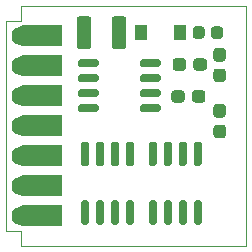
<source format=gbr>
%TF.GenerationSoftware,KiCad,Pcbnew,(5.1.9)-1*%
%TF.CreationDate,2021-06-01T10:14:56+02:00*%
%TF.ProjectId,14_Demi_Pont_H_99,31345f44-656d-4695-9f50-6f6e745f485f,rev?*%
%TF.SameCoordinates,Original*%
%TF.FileFunction,Soldermask,Top*%
%TF.FilePolarity,Negative*%
%FSLAX46Y46*%
G04 Gerber Fmt 4.6, Leading zero omitted, Abs format (unit mm)*
G04 Created by KiCad (PCBNEW (5.1.9)-1) date 2021-06-01 10:14:56*
%MOMM*%
%LPD*%
G01*
G04 APERTURE LIST*
%TA.AperFunction,Profile*%
%ADD10C,0.050000*%
%TD*%
%ADD11C,1.624000*%
%ADD12C,0.100000*%
G04 APERTURE END LIST*
D10*
X115570000Y-60960000D02*
X120650000Y-60960000D01*
X115570000Y-81280000D02*
X120650000Y-81280000D01*
X101600000Y-62230000D02*
X101600000Y-60960000D01*
X100330000Y-62230000D02*
X101600000Y-62230000D01*
X100330000Y-67310000D02*
X100330000Y-62230000D01*
X100330000Y-72390000D02*
X100330000Y-67310000D01*
X120650000Y-60960000D02*
X120650000Y-81280000D01*
X101600000Y-60960000D02*
X115570000Y-60960000D01*
X101600000Y-80010000D02*
X101600000Y-81280000D01*
X100330000Y-80010000D02*
X101600000Y-80010000D01*
X115570000Y-81280000D02*
X101600000Y-81280000D01*
X100330000Y-80010000D02*
X100330000Y-72390000D01*
D11*
%TO.C,J5*%
X101600000Y-73660000D03*
D12*
G36*
X101939650Y-74559999D02*
G01*
X101927782Y-74559916D01*
X101924993Y-74559818D01*
X101842112Y-74554604D01*
X101837256Y-74554060D01*
X101755280Y-74540782D01*
X101750503Y-74539766D01*
X101670214Y-74518553D01*
X101665558Y-74517076D01*
X101587721Y-74488129D01*
X101583231Y-74486205D01*
X101508591Y-74449801D01*
X101504309Y-74447447D01*
X101433578Y-74403932D01*
X101429548Y-74401173D01*
X101363401Y-74350965D01*
X101359659Y-74347825D01*
X101298726Y-74291401D01*
X101295308Y-74287910D01*
X101240173Y-74225809D01*
X101237112Y-74222003D01*
X101188299Y-74154819D01*
X101185624Y-74150731D01*
X101143601Y-74079104D01*
X101141338Y-74074774D01*
X101106505Y-73999388D01*
X101104675Y-73994859D01*
X101077364Y-73916433D01*
X101075985Y-73911747D01*
X101056458Y-73831031D01*
X101055543Y-73826233D01*
X101043985Y-73743997D01*
X101043542Y-73739131D01*
X101040065Y-73656159D01*
X101040099Y-73651275D01*
X101044734Y-73568360D01*
X101045245Y-73563501D01*
X101057950Y-73481434D01*
X101058932Y-73476650D01*
X101079584Y-73396214D01*
X101081028Y-73391547D01*
X101109431Y-73313511D01*
X101111324Y-73309008D01*
X101147207Y-73234115D01*
X101149531Y-73229818D01*
X101192550Y-73158785D01*
X101195282Y-73154735D01*
X101245028Y-73088239D01*
X101248141Y-73084475D01*
X101304138Y-73023150D01*
X101307604Y-73019708D01*
X101369318Y-72964140D01*
X101373104Y-72961052D01*
X101439946Y-72911772D01*
X101444015Y-72909069D01*
X101515347Y-72866547D01*
X101519660Y-72864254D01*
X101594801Y-72828895D01*
X101599317Y-72827033D01*
X101677550Y-72799175D01*
X101682227Y-72797763D01*
X101762805Y-72777673D01*
X101767597Y-72776724D01*
X101849751Y-72764593D01*
X101854612Y-72764117D01*
X101937557Y-72760060D01*
X101940000Y-72760000D01*
X104990000Y-72760000D01*
X104999755Y-72760961D01*
X105009134Y-72763806D01*
X105017779Y-72768427D01*
X105025355Y-72774645D01*
X105031573Y-72782221D01*
X105036194Y-72790866D01*
X105039039Y-72800245D01*
X105040000Y-72810000D01*
X105040000Y-74510000D01*
X105039039Y-74519755D01*
X105036194Y-74529134D01*
X105031573Y-74537779D01*
X105025355Y-74545355D01*
X105017779Y-74551573D01*
X105009134Y-74556194D01*
X104999755Y-74559039D01*
X104990000Y-74560000D01*
X101940000Y-74560000D01*
X101939650Y-74559999D01*
G37*
%TD*%
D11*
%TO.C,J4*%
X101600000Y-63500000D03*
D12*
G36*
X101939650Y-64399999D02*
G01*
X101927782Y-64399916D01*
X101924993Y-64399818D01*
X101842112Y-64394604D01*
X101837256Y-64394060D01*
X101755280Y-64380782D01*
X101750503Y-64379766D01*
X101670214Y-64358553D01*
X101665558Y-64357076D01*
X101587721Y-64328129D01*
X101583231Y-64326205D01*
X101508591Y-64289801D01*
X101504309Y-64287447D01*
X101433578Y-64243932D01*
X101429548Y-64241173D01*
X101363401Y-64190965D01*
X101359659Y-64187825D01*
X101298726Y-64131401D01*
X101295308Y-64127910D01*
X101240173Y-64065809D01*
X101237112Y-64062003D01*
X101188299Y-63994819D01*
X101185624Y-63990731D01*
X101143601Y-63919104D01*
X101141338Y-63914774D01*
X101106505Y-63839388D01*
X101104675Y-63834859D01*
X101077364Y-63756433D01*
X101075985Y-63751747D01*
X101056458Y-63671031D01*
X101055543Y-63666233D01*
X101043985Y-63583997D01*
X101043542Y-63579131D01*
X101040065Y-63496159D01*
X101040099Y-63491275D01*
X101044734Y-63408360D01*
X101045245Y-63403501D01*
X101057950Y-63321434D01*
X101058932Y-63316650D01*
X101079584Y-63236214D01*
X101081028Y-63231547D01*
X101109431Y-63153511D01*
X101111324Y-63149008D01*
X101147207Y-63074115D01*
X101149531Y-63069818D01*
X101192550Y-62998785D01*
X101195282Y-62994735D01*
X101245028Y-62928239D01*
X101248141Y-62924475D01*
X101304138Y-62863150D01*
X101307604Y-62859708D01*
X101369318Y-62804140D01*
X101373104Y-62801052D01*
X101439946Y-62751772D01*
X101444015Y-62749069D01*
X101515347Y-62706547D01*
X101519660Y-62704254D01*
X101594801Y-62668895D01*
X101599317Y-62667033D01*
X101677550Y-62639175D01*
X101682227Y-62637763D01*
X101762805Y-62617673D01*
X101767597Y-62616724D01*
X101849751Y-62604593D01*
X101854612Y-62604117D01*
X101937557Y-62600060D01*
X101940000Y-62600000D01*
X104990000Y-62600000D01*
X104999755Y-62600961D01*
X105009134Y-62603806D01*
X105017779Y-62608427D01*
X105025355Y-62614645D01*
X105031573Y-62622221D01*
X105036194Y-62630866D01*
X105039039Y-62640245D01*
X105040000Y-62650000D01*
X105040000Y-64350000D01*
X105039039Y-64359755D01*
X105036194Y-64369134D01*
X105031573Y-64377779D01*
X105025355Y-64385355D01*
X105017779Y-64391573D01*
X105009134Y-64396194D01*
X104999755Y-64399039D01*
X104990000Y-64400000D01*
X101940000Y-64400000D01*
X101939650Y-64399999D01*
G37*
%TD*%
D11*
%TO.C,J6*%
X101600000Y-76200000D03*
D12*
G36*
X101939650Y-77099999D02*
G01*
X101927782Y-77099916D01*
X101924993Y-77099818D01*
X101842112Y-77094604D01*
X101837256Y-77094060D01*
X101755280Y-77080782D01*
X101750503Y-77079766D01*
X101670214Y-77058553D01*
X101665558Y-77057076D01*
X101587721Y-77028129D01*
X101583231Y-77026205D01*
X101508591Y-76989801D01*
X101504309Y-76987447D01*
X101433578Y-76943932D01*
X101429548Y-76941173D01*
X101363401Y-76890965D01*
X101359659Y-76887825D01*
X101298726Y-76831401D01*
X101295308Y-76827910D01*
X101240173Y-76765809D01*
X101237112Y-76762003D01*
X101188299Y-76694819D01*
X101185624Y-76690731D01*
X101143601Y-76619104D01*
X101141338Y-76614774D01*
X101106505Y-76539388D01*
X101104675Y-76534859D01*
X101077364Y-76456433D01*
X101075985Y-76451747D01*
X101056458Y-76371031D01*
X101055543Y-76366233D01*
X101043985Y-76283997D01*
X101043542Y-76279131D01*
X101040065Y-76196159D01*
X101040099Y-76191275D01*
X101044734Y-76108360D01*
X101045245Y-76103501D01*
X101057950Y-76021434D01*
X101058932Y-76016650D01*
X101079584Y-75936214D01*
X101081028Y-75931547D01*
X101109431Y-75853511D01*
X101111324Y-75849008D01*
X101147207Y-75774115D01*
X101149531Y-75769818D01*
X101192550Y-75698785D01*
X101195282Y-75694735D01*
X101245028Y-75628239D01*
X101248141Y-75624475D01*
X101304138Y-75563150D01*
X101307604Y-75559708D01*
X101369318Y-75504140D01*
X101373104Y-75501052D01*
X101439946Y-75451772D01*
X101444015Y-75449069D01*
X101515347Y-75406547D01*
X101519660Y-75404254D01*
X101594801Y-75368895D01*
X101599317Y-75367033D01*
X101677550Y-75339175D01*
X101682227Y-75337763D01*
X101762805Y-75317673D01*
X101767597Y-75316724D01*
X101849751Y-75304593D01*
X101854612Y-75304117D01*
X101937557Y-75300060D01*
X101940000Y-75300000D01*
X104990000Y-75300000D01*
X104999755Y-75300961D01*
X105009134Y-75303806D01*
X105017779Y-75308427D01*
X105025355Y-75314645D01*
X105031573Y-75322221D01*
X105036194Y-75330866D01*
X105039039Y-75340245D01*
X105040000Y-75350000D01*
X105040000Y-77050000D01*
X105039039Y-77059755D01*
X105036194Y-77069134D01*
X105031573Y-77077779D01*
X105025355Y-77085355D01*
X105017779Y-77091573D01*
X105009134Y-77096194D01*
X104999755Y-77099039D01*
X104990000Y-77100000D01*
X101940000Y-77100000D01*
X101939650Y-77099999D01*
G37*
%TD*%
%TO.C,R4*%
G36*
G01*
X118127500Y-71040000D02*
X118652500Y-71040000D01*
G75*
G02*
X118915000Y-71302500I0J-262500D01*
G01*
X118915000Y-71927500D01*
G75*
G02*
X118652500Y-72190000I-262500J0D01*
G01*
X118127500Y-72190000D01*
G75*
G02*
X117865000Y-71927500I0J262500D01*
G01*
X117865000Y-71302500D01*
G75*
G02*
X118127500Y-71040000I262500J0D01*
G01*
G37*
G36*
G01*
X118127500Y-69290000D02*
X118652500Y-69290000D01*
G75*
G02*
X118915000Y-69552500I0J-262500D01*
G01*
X118915000Y-70177500D01*
G75*
G02*
X118652500Y-70440000I-262500J0D01*
G01*
X118127500Y-70440000D01*
G75*
G02*
X117865000Y-70177500I0J262500D01*
G01*
X117865000Y-69552500D01*
G75*
G02*
X118127500Y-69290000I262500J0D01*
G01*
G37*
%TD*%
%TO.C,R3*%
G36*
G01*
X116040000Y-68902500D02*
X116040000Y-68377500D01*
G75*
G02*
X116302500Y-68115000I262500J0D01*
G01*
X116927500Y-68115000D01*
G75*
G02*
X117190000Y-68377500I0J-262500D01*
G01*
X117190000Y-68902500D01*
G75*
G02*
X116927500Y-69165000I-262500J0D01*
G01*
X116302500Y-69165000D01*
G75*
G02*
X116040000Y-68902500I0J262500D01*
G01*
G37*
G36*
G01*
X114290000Y-68902500D02*
X114290000Y-68377500D01*
G75*
G02*
X114552500Y-68115000I262500J0D01*
G01*
X115177500Y-68115000D01*
G75*
G02*
X115440000Y-68377500I0J-262500D01*
G01*
X115440000Y-68902500D01*
G75*
G02*
X115177500Y-69165000I-262500J0D01*
G01*
X114552500Y-69165000D01*
G75*
G02*
X114290000Y-68902500I0J262500D01*
G01*
G37*
%TD*%
D11*
%TO.C,J3*%
X101600000Y-71120000D03*
D12*
G36*
X101939650Y-72019999D02*
G01*
X101927782Y-72019916D01*
X101924993Y-72019818D01*
X101842112Y-72014604D01*
X101837256Y-72014060D01*
X101755280Y-72000782D01*
X101750503Y-71999766D01*
X101670214Y-71978553D01*
X101665558Y-71977076D01*
X101587721Y-71948129D01*
X101583231Y-71946205D01*
X101508591Y-71909801D01*
X101504309Y-71907447D01*
X101433578Y-71863932D01*
X101429548Y-71861173D01*
X101363401Y-71810965D01*
X101359659Y-71807825D01*
X101298726Y-71751401D01*
X101295308Y-71747910D01*
X101240173Y-71685809D01*
X101237112Y-71682003D01*
X101188299Y-71614819D01*
X101185624Y-71610731D01*
X101143601Y-71539104D01*
X101141338Y-71534774D01*
X101106505Y-71459388D01*
X101104675Y-71454859D01*
X101077364Y-71376433D01*
X101075985Y-71371747D01*
X101056458Y-71291031D01*
X101055543Y-71286233D01*
X101043985Y-71203997D01*
X101043542Y-71199131D01*
X101040065Y-71116159D01*
X101040099Y-71111275D01*
X101044734Y-71028360D01*
X101045245Y-71023501D01*
X101057950Y-70941434D01*
X101058932Y-70936650D01*
X101079584Y-70856214D01*
X101081028Y-70851547D01*
X101109431Y-70773511D01*
X101111324Y-70769008D01*
X101147207Y-70694115D01*
X101149531Y-70689818D01*
X101192550Y-70618785D01*
X101195282Y-70614735D01*
X101245028Y-70548239D01*
X101248141Y-70544475D01*
X101304138Y-70483150D01*
X101307604Y-70479708D01*
X101369318Y-70424140D01*
X101373104Y-70421052D01*
X101439946Y-70371772D01*
X101444015Y-70369069D01*
X101515347Y-70326547D01*
X101519660Y-70324254D01*
X101594801Y-70288895D01*
X101599317Y-70287033D01*
X101677550Y-70259175D01*
X101682227Y-70257763D01*
X101762805Y-70237673D01*
X101767597Y-70236724D01*
X101849751Y-70224593D01*
X101854612Y-70224117D01*
X101937557Y-70220060D01*
X101940000Y-70220000D01*
X104990000Y-70220000D01*
X104999755Y-70220961D01*
X105009134Y-70223806D01*
X105017779Y-70228427D01*
X105025355Y-70234645D01*
X105031573Y-70242221D01*
X105036194Y-70250866D01*
X105039039Y-70260245D01*
X105040000Y-70270000D01*
X105040000Y-71970000D01*
X105039039Y-71979755D01*
X105036194Y-71989134D01*
X105031573Y-71997779D01*
X105025355Y-72005355D01*
X105017779Y-72011573D01*
X105009134Y-72016194D01*
X104999755Y-72019039D01*
X104990000Y-72020000D01*
X101940000Y-72020000D01*
X101939650Y-72019999D01*
G37*
%TD*%
D11*
%TO.C,J1*%
X101600000Y-66040000D03*
D12*
G36*
X101939650Y-66939999D02*
G01*
X101927782Y-66939916D01*
X101924993Y-66939818D01*
X101842112Y-66934604D01*
X101837256Y-66934060D01*
X101755280Y-66920782D01*
X101750503Y-66919766D01*
X101670214Y-66898553D01*
X101665558Y-66897076D01*
X101587721Y-66868129D01*
X101583231Y-66866205D01*
X101508591Y-66829801D01*
X101504309Y-66827447D01*
X101433578Y-66783932D01*
X101429548Y-66781173D01*
X101363401Y-66730965D01*
X101359659Y-66727825D01*
X101298726Y-66671401D01*
X101295308Y-66667910D01*
X101240173Y-66605809D01*
X101237112Y-66602003D01*
X101188299Y-66534819D01*
X101185624Y-66530731D01*
X101143601Y-66459104D01*
X101141338Y-66454774D01*
X101106505Y-66379388D01*
X101104675Y-66374859D01*
X101077364Y-66296433D01*
X101075985Y-66291747D01*
X101056458Y-66211031D01*
X101055543Y-66206233D01*
X101043985Y-66123997D01*
X101043542Y-66119131D01*
X101040065Y-66036159D01*
X101040099Y-66031275D01*
X101044734Y-65948360D01*
X101045245Y-65943501D01*
X101057950Y-65861434D01*
X101058932Y-65856650D01*
X101079584Y-65776214D01*
X101081028Y-65771547D01*
X101109431Y-65693511D01*
X101111324Y-65689008D01*
X101147207Y-65614115D01*
X101149531Y-65609818D01*
X101192550Y-65538785D01*
X101195282Y-65534735D01*
X101245028Y-65468239D01*
X101248141Y-65464475D01*
X101304138Y-65403150D01*
X101307604Y-65399708D01*
X101369318Y-65344140D01*
X101373104Y-65341052D01*
X101439946Y-65291772D01*
X101444015Y-65289069D01*
X101515347Y-65246547D01*
X101519660Y-65244254D01*
X101594801Y-65208895D01*
X101599317Y-65207033D01*
X101677550Y-65179175D01*
X101682227Y-65177763D01*
X101762805Y-65157673D01*
X101767597Y-65156724D01*
X101849751Y-65144593D01*
X101854612Y-65144117D01*
X101937557Y-65140060D01*
X101940000Y-65140000D01*
X104990000Y-65140000D01*
X104999755Y-65140961D01*
X105009134Y-65143806D01*
X105017779Y-65148427D01*
X105025355Y-65154645D01*
X105031573Y-65162221D01*
X105036194Y-65170866D01*
X105039039Y-65180245D01*
X105040000Y-65190000D01*
X105040000Y-66890000D01*
X105039039Y-66899755D01*
X105036194Y-66909134D01*
X105031573Y-66917779D01*
X105025355Y-66925355D01*
X105017779Y-66931573D01*
X105009134Y-66936194D01*
X104999755Y-66939039D01*
X104990000Y-66940000D01*
X101940000Y-66940000D01*
X101939650Y-66939999D01*
G37*
%TD*%
%TO.C,Q2*%
G36*
G01*
X116370000Y-77440000D02*
X116720000Y-77440000D01*
G75*
G02*
X116895000Y-77615000I0J-175000D01*
G01*
X116895000Y-79315000D01*
G75*
G02*
X116720000Y-79490000I-175000J0D01*
G01*
X116370000Y-79490000D01*
G75*
G02*
X116195000Y-79315000I0J175000D01*
G01*
X116195000Y-77615000D01*
G75*
G02*
X116370000Y-77440000I175000J0D01*
G01*
G37*
G36*
G01*
X115100000Y-77440000D02*
X115450000Y-77440000D01*
G75*
G02*
X115625000Y-77615000I0J-175000D01*
G01*
X115625000Y-79315000D01*
G75*
G02*
X115450000Y-79490000I-175000J0D01*
G01*
X115100000Y-79490000D01*
G75*
G02*
X114925000Y-79315000I0J175000D01*
G01*
X114925000Y-77615000D01*
G75*
G02*
X115100000Y-77440000I175000J0D01*
G01*
G37*
G36*
G01*
X113830000Y-77440000D02*
X114180000Y-77440000D01*
G75*
G02*
X114355000Y-77615000I0J-175000D01*
G01*
X114355000Y-79315000D01*
G75*
G02*
X114180000Y-79490000I-175000J0D01*
G01*
X113830000Y-79490000D01*
G75*
G02*
X113655000Y-79315000I0J175000D01*
G01*
X113655000Y-77615000D01*
G75*
G02*
X113830000Y-77440000I175000J0D01*
G01*
G37*
G36*
G01*
X112560000Y-77440000D02*
X112910000Y-77440000D01*
G75*
G02*
X113085000Y-77615000I0J-175000D01*
G01*
X113085000Y-79315000D01*
G75*
G02*
X112910000Y-79490000I-175000J0D01*
G01*
X112560000Y-79490000D01*
G75*
G02*
X112385000Y-79315000I0J175000D01*
G01*
X112385000Y-77615000D01*
G75*
G02*
X112560000Y-77440000I175000J0D01*
G01*
G37*
G36*
G01*
X112560000Y-72490000D02*
X112910000Y-72490000D01*
G75*
G02*
X113085000Y-72665000I0J-175000D01*
G01*
X113085000Y-74365000D01*
G75*
G02*
X112910000Y-74540000I-175000J0D01*
G01*
X112560000Y-74540000D01*
G75*
G02*
X112385000Y-74365000I0J175000D01*
G01*
X112385000Y-72665000D01*
G75*
G02*
X112560000Y-72490000I175000J0D01*
G01*
G37*
G36*
G01*
X113830000Y-72490000D02*
X114180000Y-72490000D01*
G75*
G02*
X114355000Y-72665000I0J-175000D01*
G01*
X114355000Y-74365000D01*
G75*
G02*
X114180000Y-74540000I-175000J0D01*
G01*
X113830000Y-74540000D01*
G75*
G02*
X113655000Y-74365000I0J175000D01*
G01*
X113655000Y-72665000D01*
G75*
G02*
X113830000Y-72490000I175000J0D01*
G01*
G37*
G36*
G01*
X115100000Y-72490000D02*
X115450000Y-72490000D01*
G75*
G02*
X115625000Y-72665000I0J-175000D01*
G01*
X115625000Y-74365000D01*
G75*
G02*
X115450000Y-74540000I-175000J0D01*
G01*
X115100000Y-74540000D01*
G75*
G02*
X114925000Y-74365000I0J175000D01*
G01*
X114925000Y-72665000D01*
G75*
G02*
X115100000Y-72490000I175000J0D01*
G01*
G37*
G36*
G01*
X116370000Y-72490000D02*
X116720000Y-72490000D01*
G75*
G02*
X116895000Y-72665000I0J-175000D01*
G01*
X116895000Y-74365000D01*
G75*
G02*
X116720000Y-74540000I-175000J0D01*
G01*
X116370000Y-74540000D01*
G75*
G02*
X116195000Y-74365000I0J175000D01*
G01*
X116195000Y-72665000D01*
G75*
G02*
X116370000Y-72490000I175000J0D01*
G01*
G37*
%TD*%
%TO.C,C1*%
G36*
G01*
X117115000Y-62965000D02*
X117115000Y-63515000D01*
G75*
G02*
X116865000Y-63765000I-250000J0D01*
G01*
X116365000Y-63765000D01*
G75*
G02*
X116115000Y-63515000I0J250000D01*
G01*
X116115000Y-62965000D01*
G75*
G02*
X116365000Y-62715000I250000J0D01*
G01*
X116865000Y-62715000D01*
G75*
G02*
X117115000Y-62965000I0J-250000D01*
G01*
G37*
G36*
G01*
X118665000Y-62965000D02*
X118665000Y-63515000D01*
G75*
G02*
X118415000Y-63765000I-250000J0D01*
G01*
X117915000Y-63765000D01*
G75*
G02*
X117665000Y-63515000I0J250000D01*
G01*
X117665000Y-62965000D01*
G75*
G02*
X117915000Y-62715000I250000J0D01*
G01*
X118415000Y-62715000D01*
G75*
G02*
X118665000Y-62965000I0J-250000D01*
G01*
G37*
%TD*%
%TO.C,C2*%
G36*
G01*
X107540000Y-62111738D02*
X107540000Y-64368262D01*
G75*
G02*
X107268262Y-64640000I-271738J0D01*
G01*
X106561738Y-64640000D01*
G75*
G02*
X106290000Y-64368262I0J271738D01*
G01*
X106290000Y-62111738D01*
G75*
G02*
X106561738Y-61840000I271738J0D01*
G01*
X107268262Y-61840000D01*
G75*
G02*
X107540000Y-62111738I0J-271738D01*
G01*
G37*
G36*
G01*
X110490000Y-62111738D02*
X110490000Y-64368262D01*
G75*
G02*
X110218262Y-64640000I-271738J0D01*
G01*
X109511738Y-64640000D01*
G75*
G02*
X109240000Y-64368262I0J271738D01*
G01*
X109240000Y-62111738D01*
G75*
G02*
X109511738Y-61840000I271738J0D01*
G01*
X110218262Y-61840000D01*
G75*
G02*
X110490000Y-62111738I0J-271738D01*
G01*
G37*
%TD*%
%TO.C,D1*%
G36*
G01*
X112240000Y-62640000D02*
X112240000Y-63840000D01*
G75*
G02*
X112190000Y-63890000I-50000J0D01*
G01*
X111290000Y-63890000D01*
G75*
G02*
X111240000Y-63840000I0J50000D01*
G01*
X111240000Y-62640000D01*
G75*
G02*
X111290000Y-62590000I50000J0D01*
G01*
X112190000Y-62590000D01*
G75*
G02*
X112240000Y-62640000I0J-50000D01*
G01*
G37*
G36*
G01*
X115540000Y-62640000D02*
X115540000Y-63840000D01*
G75*
G02*
X115490000Y-63890000I-50000J0D01*
G01*
X114590000Y-63890000D01*
G75*
G02*
X114540000Y-63840000I0J50000D01*
G01*
X114540000Y-62640000D01*
G75*
G02*
X114590000Y-62590000I50000J0D01*
G01*
X115490000Y-62590000D01*
G75*
G02*
X115540000Y-62640000I0J-50000D01*
G01*
G37*
%TD*%
D11*
%TO.C,J2*%
X101600000Y-68580000D03*
D12*
G36*
X101939650Y-69479999D02*
G01*
X101927782Y-69479916D01*
X101924993Y-69479818D01*
X101842112Y-69474604D01*
X101837256Y-69474060D01*
X101755280Y-69460782D01*
X101750503Y-69459766D01*
X101670214Y-69438553D01*
X101665558Y-69437076D01*
X101587721Y-69408129D01*
X101583231Y-69406205D01*
X101508591Y-69369801D01*
X101504309Y-69367447D01*
X101433578Y-69323932D01*
X101429548Y-69321173D01*
X101363401Y-69270965D01*
X101359659Y-69267825D01*
X101298726Y-69211401D01*
X101295308Y-69207910D01*
X101240173Y-69145809D01*
X101237112Y-69142003D01*
X101188299Y-69074819D01*
X101185624Y-69070731D01*
X101143601Y-68999104D01*
X101141338Y-68994774D01*
X101106505Y-68919388D01*
X101104675Y-68914859D01*
X101077364Y-68836433D01*
X101075985Y-68831747D01*
X101056458Y-68751031D01*
X101055543Y-68746233D01*
X101043985Y-68663997D01*
X101043542Y-68659131D01*
X101040065Y-68576159D01*
X101040099Y-68571275D01*
X101044734Y-68488360D01*
X101045245Y-68483501D01*
X101057950Y-68401434D01*
X101058932Y-68396650D01*
X101079584Y-68316214D01*
X101081028Y-68311547D01*
X101109431Y-68233511D01*
X101111324Y-68229008D01*
X101147207Y-68154115D01*
X101149531Y-68149818D01*
X101192550Y-68078785D01*
X101195282Y-68074735D01*
X101245028Y-68008239D01*
X101248141Y-68004475D01*
X101304138Y-67943150D01*
X101307604Y-67939708D01*
X101369318Y-67884140D01*
X101373104Y-67881052D01*
X101439946Y-67831772D01*
X101444015Y-67829069D01*
X101515347Y-67786547D01*
X101519660Y-67784254D01*
X101594801Y-67748895D01*
X101599317Y-67747033D01*
X101677550Y-67719175D01*
X101682227Y-67717763D01*
X101762805Y-67697673D01*
X101767597Y-67696724D01*
X101849751Y-67684593D01*
X101854612Y-67684117D01*
X101937557Y-67680060D01*
X101940000Y-67680000D01*
X104990000Y-67680000D01*
X104999755Y-67680961D01*
X105009134Y-67683806D01*
X105017779Y-67688427D01*
X105025355Y-67694645D01*
X105031573Y-67702221D01*
X105036194Y-67710866D01*
X105039039Y-67720245D01*
X105040000Y-67730000D01*
X105040000Y-69430000D01*
X105039039Y-69439755D01*
X105036194Y-69449134D01*
X105031573Y-69457779D01*
X105025355Y-69465355D01*
X105017779Y-69471573D01*
X105009134Y-69476194D01*
X104999755Y-69479039D01*
X104990000Y-69480000D01*
X101940000Y-69480000D01*
X101939650Y-69479999D01*
G37*
%TD*%
D11*
%TO.C,J7*%
X101600000Y-78740000D03*
D12*
G36*
X101939650Y-79639999D02*
G01*
X101927782Y-79639916D01*
X101924993Y-79639818D01*
X101842112Y-79634604D01*
X101837256Y-79634060D01*
X101755280Y-79620782D01*
X101750503Y-79619766D01*
X101670214Y-79598553D01*
X101665558Y-79597076D01*
X101587721Y-79568129D01*
X101583231Y-79566205D01*
X101508591Y-79529801D01*
X101504309Y-79527447D01*
X101433578Y-79483932D01*
X101429548Y-79481173D01*
X101363401Y-79430965D01*
X101359659Y-79427825D01*
X101298726Y-79371401D01*
X101295308Y-79367910D01*
X101240173Y-79305809D01*
X101237112Y-79302003D01*
X101188299Y-79234819D01*
X101185624Y-79230731D01*
X101143601Y-79159104D01*
X101141338Y-79154774D01*
X101106505Y-79079388D01*
X101104675Y-79074859D01*
X101077364Y-78996433D01*
X101075985Y-78991747D01*
X101056458Y-78911031D01*
X101055543Y-78906233D01*
X101043985Y-78823997D01*
X101043542Y-78819131D01*
X101040065Y-78736159D01*
X101040099Y-78731275D01*
X101044734Y-78648360D01*
X101045245Y-78643501D01*
X101057950Y-78561434D01*
X101058932Y-78556650D01*
X101079584Y-78476214D01*
X101081028Y-78471547D01*
X101109431Y-78393511D01*
X101111324Y-78389008D01*
X101147207Y-78314115D01*
X101149531Y-78309818D01*
X101192550Y-78238785D01*
X101195282Y-78234735D01*
X101245028Y-78168239D01*
X101248141Y-78164475D01*
X101304138Y-78103150D01*
X101307604Y-78099708D01*
X101369318Y-78044140D01*
X101373104Y-78041052D01*
X101439946Y-77991772D01*
X101444015Y-77989069D01*
X101515347Y-77946547D01*
X101519660Y-77944254D01*
X101594801Y-77908895D01*
X101599317Y-77907033D01*
X101677550Y-77879175D01*
X101682227Y-77877763D01*
X101762805Y-77857673D01*
X101767597Y-77856724D01*
X101849751Y-77844593D01*
X101854612Y-77844117D01*
X101937557Y-77840060D01*
X101940000Y-77840000D01*
X104990000Y-77840000D01*
X104999755Y-77840961D01*
X105009134Y-77843806D01*
X105017779Y-77848427D01*
X105025355Y-77854645D01*
X105031573Y-77862221D01*
X105036194Y-77870866D01*
X105039039Y-77880245D01*
X105040000Y-77890000D01*
X105040000Y-79590000D01*
X105039039Y-79599755D01*
X105036194Y-79609134D01*
X105031573Y-79617779D01*
X105025355Y-79625355D01*
X105017779Y-79631573D01*
X105009134Y-79636194D01*
X104999755Y-79639039D01*
X104990000Y-79640000D01*
X101940000Y-79640000D01*
X101939650Y-79639999D01*
G37*
%TD*%
%TO.C,Q1*%
G36*
G01*
X107160000Y-74540000D02*
X106810000Y-74540000D01*
G75*
G02*
X106635000Y-74365000I0J175000D01*
G01*
X106635000Y-72665000D01*
G75*
G02*
X106810000Y-72490000I175000J0D01*
G01*
X107160000Y-72490000D01*
G75*
G02*
X107335000Y-72665000I0J-175000D01*
G01*
X107335000Y-74365000D01*
G75*
G02*
X107160000Y-74540000I-175000J0D01*
G01*
G37*
G36*
G01*
X108430000Y-74540000D02*
X108080000Y-74540000D01*
G75*
G02*
X107905000Y-74365000I0J175000D01*
G01*
X107905000Y-72665000D01*
G75*
G02*
X108080000Y-72490000I175000J0D01*
G01*
X108430000Y-72490000D01*
G75*
G02*
X108605000Y-72665000I0J-175000D01*
G01*
X108605000Y-74365000D01*
G75*
G02*
X108430000Y-74540000I-175000J0D01*
G01*
G37*
G36*
G01*
X109700000Y-74540000D02*
X109350000Y-74540000D01*
G75*
G02*
X109175000Y-74365000I0J175000D01*
G01*
X109175000Y-72665000D01*
G75*
G02*
X109350000Y-72490000I175000J0D01*
G01*
X109700000Y-72490000D01*
G75*
G02*
X109875000Y-72665000I0J-175000D01*
G01*
X109875000Y-74365000D01*
G75*
G02*
X109700000Y-74540000I-175000J0D01*
G01*
G37*
G36*
G01*
X110970000Y-74540000D02*
X110620000Y-74540000D01*
G75*
G02*
X110445000Y-74365000I0J175000D01*
G01*
X110445000Y-72665000D01*
G75*
G02*
X110620000Y-72490000I175000J0D01*
G01*
X110970000Y-72490000D01*
G75*
G02*
X111145000Y-72665000I0J-175000D01*
G01*
X111145000Y-74365000D01*
G75*
G02*
X110970000Y-74540000I-175000J0D01*
G01*
G37*
G36*
G01*
X110970000Y-79490000D02*
X110620000Y-79490000D01*
G75*
G02*
X110445000Y-79315000I0J175000D01*
G01*
X110445000Y-77615000D01*
G75*
G02*
X110620000Y-77440000I175000J0D01*
G01*
X110970000Y-77440000D01*
G75*
G02*
X111145000Y-77615000I0J-175000D01*
G01*
X111145000Y-79315000D01*
G75*
G02*
X110970000Y-79490000I-175000J0D01*
G01*
G37*
G36*
G01*
X109700000Y-79490000D02*
X109350000Y-79490000D01*
G75*
G02*
X109175000Y-79315000I0J175000D01*
G01*
X109175000Y-77615000D01*
G75*
G02*
X109350000Y-77440000I175000J0D01*
G01*
X109700000Y-77440000D01*
G75*
G02*
X109875000Y-77615000I0J-175000D01*
G01*
X109875000Y-79315000D01*
G75*
G02*
X109700000Y-79490000I-175000J0D01*
G01*
G37*
G36*
G01*
X108430000Y-79490000D02*
X108080000Y-79490000D01*
G75*
G02*
X107905000Y-79315000I0J175000D01*
G01*
X107905000Y-77615000D01*
G75*
G02*
X108080000Y-77440000I175000J0D01*
G01*
X108430000Y-77440000D01*
G75*
G02*
X108605000Y-77615000I0J-175000D01*
G01*
X108605000Y-79315000D01*
G75*
G02*
X108430000Y-79490000I-175000J0D01*
G01*
G37*
G36*
G01*
X107160000Y-79490000D02*
X106810000Y-79490000D01*
G75*
G02*
X106635000Y-79315000I0J175000D01*
G01*
X106635000Y-77615000D01*
G75*
G02*
X106810000Y-77440000I175000J0D01*
G01*
X107160000Y-77440000D01*
G75*
G02*
X107335000Y-77615000I0J-175000D01*
G01*
X107335000Y-79315000D01*
G75*
G02*
X107160000Y-79490000I-175000J0D01*
G01*
G37*
%TD*%
%TO.C,R1*%
G36*
G01*
X116165000Y-66202500D02*
X116165000Y-65677500D01*
G75*
G02*
X116427500Y-65415000I262500J0D01*
G01*
X117052500Y-65415000D01*
G75*
G02*
X117315000Y-65677500I0J-262500D01*
G01*
X117315000Y-66202500D01*
G75*
G02*
X117052500Y-66465000I-262500J0D01*
G01*
X116427500Y-66465000D01*
G75*
G02*
X116165000Y-66202500I0J262500D01*
G01*
G37*
G36*
G01*
X114415000Y-66202500D02*
X114415000Y-65677500D01*
G75*
G02*
X114677500Y-65415000I262500J0D01*
G01*
X115302500Y-65415000D01*
G75*
G02*
X115565000Y-65677500I0J-262500D01*
G01*
X115565000Y-66202500D01*
G75*
G02*
X115302500Y-66465000I-262500J0D01*
G01*
X114677500Y-66465000D01*
G75*
G02*
X114415000Y-66202500I0J262500D01*
G01*
G37*
%TD*%
%TO.C,R2*%
G36*
G01*
X118652500Y-65690000D02*
X118127500Y-65690000D01*
G75*
G02*
X117865000Y-65427500I0J262500D01*
G01*
X117865000Y-64802500D01*
G75*
G02*
X118127500Y-64540000I262500J0D01*
G01*
X118652500Y-64540000D01*
G75*
G02*
X118915000Y-64802500I0J-262500D01*
G01*
X118915000Y-65427500D01*
G75*
G02*
X118652500Y-65690000I-262500J0D01*
G01*
G37*
G36*
G01*
X118652500Y-67440000D02*
X118127500Y-67440000D01*
G75*
G02*
X117865000Y-67177500I0J262500D01*
G01*
X117865000Y-66552500D01*
G75*
G02*
X118127500Y-66290000I262500J0D01*
G01*
X118652500Y-66290000D01*
G75*
G02*
X118915000Y-66552500I0J-262500D01*
G01*
X118915000Y-67177500D01*
G75*
G02*
X118652500Y-67440000I-262500J0D01*
G01*
G37*
%TD*%
%TO.C,U1*%
G36*
G01*
X111640000Y-66010000D02*
X111640000Y-65660000D01*
G75*
G02*
X111815000Y-65485000I175000J0D01*
G01*
X113215000Y-65485000D01*
G75*
G02*
X113390000Y-65660000I0J-175000D01*
G01*
X113390000Y-66010000D01*
G75*
G02*
X113215000Y-66185000I-175000J0D01*
G01*
X111815000Y-66185000D01*
G75*
G02*
X111640000Y-66010000I0J175000D01*
G01*
G37*
G36*
G01*
X111640000Y-67280000D02*
X111640000Y-66930000D01*
G75*
G02*
X111815000Y-66755000I175000J0D01*
G01*
X113215000Y-66755000D01*
G75*
G02*
X113390000Y-66930000I0J-175000D01*
G01*
X113390000Y-67280000D01*
G75*
G02*
X113215000Y-67455000I-175000J0D01*
G01*
X111815000Y-67455000D01*
G75*
G02*
X111640000Y-67280000I0J175000D01*
G01*
G37*
G36*
G01*
X111640000Y-68550000D02*
X111640000Y-68200000D01*
G75*
G02*
X111815000Y-68025000I175000J0D01*
G01*
X113215000Y-68025000D01*
G75*
G02*
X113390000Y-68200000I0J-175000D01*
G01*
X113390000Y-68550000D01*
G75*
G02*
X113215000Y-68725000I-175000J0D01*
G01*
X111815000Y-68725000D01*
G75*
G02*
X111640000Y-68550000I0J175000D01*
G01*
G37*
G36*
G01*
X111640000Y-69820000D02*
X111640000Y-69470000D01*
G75*
G02*
X111815000Y-69295000I175000J0D01*
G01*
X113215000Y-69295000D01*
G75*
G02*
X113390000Y-69470000I0J-175000D01*
G01*
X113390000Y-69820000D01*
G75*
G02*
X113215000Y-69995000I-175000J0D01*
G01*
X111815000Y-69995000D01*
G75*
G02*
X111640000Y-69820000I0J175000D01*
G01*
G37*
G36*
G01*
X106390000Y-69820000D02*
X106390000Y-69470000D01*
G75*
G02*
X106565000Y-69295000I175000J0D01*
G01*
X107965000Y-69295000D01*
G75*
G02*
X108140000Y-69470000I0J-175000D01*
G01*
X108140000Y-69820000D01*
G75*
G02*
X107965000Y-69995000I-175000J0D01*
G01*
X106565000Y-69995000D01*
G75*
G02*
X106390000Y-69820000I0J175000D01*
G01*
G37*
G36*
G01*
X106390000Y-68550000D02*
X106390000Y-68200000D01*
G75*
G02*
X106565000Y-68025000I175000J0D01*
G01*
X107965000Y-68025000D01*
G75*
G02*
X108140000Y-68200000I0J-175000D01*
G01*
X108140000Y-68550000D01*
G75*
G02*
X107965000Y-68725000I-175000J0D01*
G01*
X106565000Y-68725000D01*
G75*
G02*
X106390000Y-68550000I0J175000D01*
G01*
G37*
G36*
G01*
X106390000Y-67280000D02*
X106390000Y-66930000D01*
G75*
G02*
X106565000Y-66755000I175000J0D01*
G01*
X107965000Y-66755000D01*
G75*
G02*
X108140000Y-66930000I0J-175000D01*
G01*
X108140000Y-67280000D01*
G75*
G02*
X107965000Y-67455000I-175000J0D01*
G01*
X106565000Y-67455000D01*
G75*
G02*
X106390000Y-67280000I0J175000D01*
G01*
G37*
G36*
G01*
X106390000Y-66010000D02*
X106390000Y-65660000D01*
G75*
G02*
X106565000Y-65485000I175000J0D01*
G01*
X107965000Y-65485000D01*
G75*
G02*
X108140000Y-65660000I0J-175000D01*
G01*
X108140000Y-66010000D01*
G75*
G02*
X107965000Y-66185000I-175000J0D01*
G01*
X106565000Y-66185000D01*
G75*
G02*
X106390000Y-66010000I0J175000D01*
G01*
G37*
%TD*%
M02*

</source>
